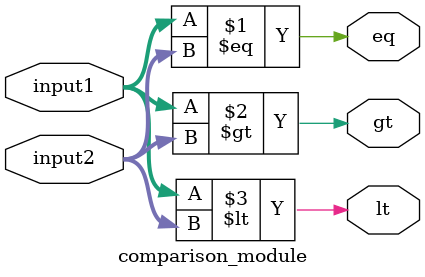
<source format=v>
module comparison_module (input1, input2, eq, gt, lt);
	input [2:0] input1;
	input [2:0] input2;
	output eq, gt, lt;

    assign eq = input1 == input2;
    assign gt = input1 > input2;
    assign lt = input1 < input2;

endmodule

</source>
